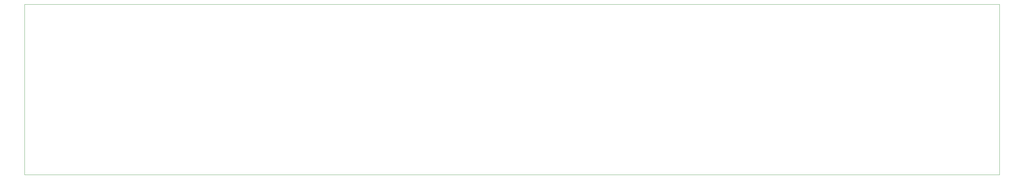
<source format=gbr>
%TF.GenerationSoftware,KiCad,Pcbnew,6.0.8-f2edbf62ab~116~ubuntu22.04.1*%
%TF.CreationDate,2022-10-14T18:08:29+02:00*%
%TF.ProjectId,bms,626d732e-6b69-4636-9164-5f7063625858,rev?*%
%TF.SameCoordinates,Original*%
%TF.FileFunction,Profile,NP*%
%FSLAX46Y46*%
G04 Gerber Fmt 4.6, Leading zero omitted, Abs format (unit mm)*
G04 Created by KiCad (PCBNEW 6.0.8-f2edbf62ab~116~ubuntu22.04.1) date 2022-10-14 18:08:29*
%MOMM*%
%LPD*%
G01*
G04 APERTURE LIST*
%TA.AperFunction,Profile*%
%ADD10C,0.100000*%
%TD*%
G04 APERTURE END LIST*
D10*
X100000000Y-100000000D02*
X386000000Y-100000000D01*
X386000000Y-100000000D02*
X386000000Y-150000000D01*
X386000000Y-150000000D02*
X100000000Y-150000000D01*
X100000000Y-150000000D02*
X100000000Y-100000000D01*
M02*

</source>
